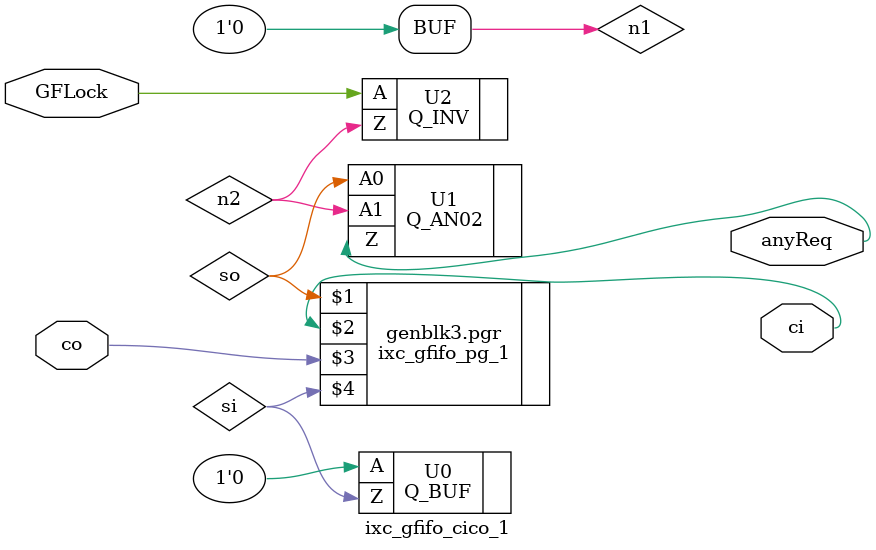
<source format=v>

`ifndef _2_                      
`ifdef CBV                      
`define _2_                      
`else                      
`define _2_ (* _2_state_ *)                      
`endif                      
`endif
`_2_ (* upf_always_on = 1 *) 
module ixc_gfifo_cico_1 ( ci, co, GFLock, anyReq);
// pragma CVASTRPROP MODULE HDLICE HDL_MODULE_ATTRIBUTE "0 vlog"
output [0:0] ci;
input [0:0] co;
input GFLock;
output anyReq;
wire [0:0] so;
wire [0:0] si;
supply0 n1;
Q_BUF U0 ( .A(n1), .Z(si[0]));
Q_AN02 U1 ( .A0(so[0]), .A1(n2), .Z(anyReq));
Q_INV U2 ( .A(GFLock), .Z(n2));
ixc_gfifo_pg_1 \genblk3.pgr ( so[0], ci[0], co[0], si[0]);
// pragma CVASTRPROP MODULE HDLICE CVAIUSNAMES_FORGEN_LABEL "genblk2"
// pragma CVASTRPROP MODULE HDLICE HDL_TEMPLATE "ixc_gfifo_cico"
// pragma CVASTRPROP MODULE HDLICE HDL_TEMPLATE_LIB "ixcom_temp_library"
// pragma CVASTRPROP MODULE HDLICE PROP_IXCOM_MOD TRUE
endmodule

</source>
